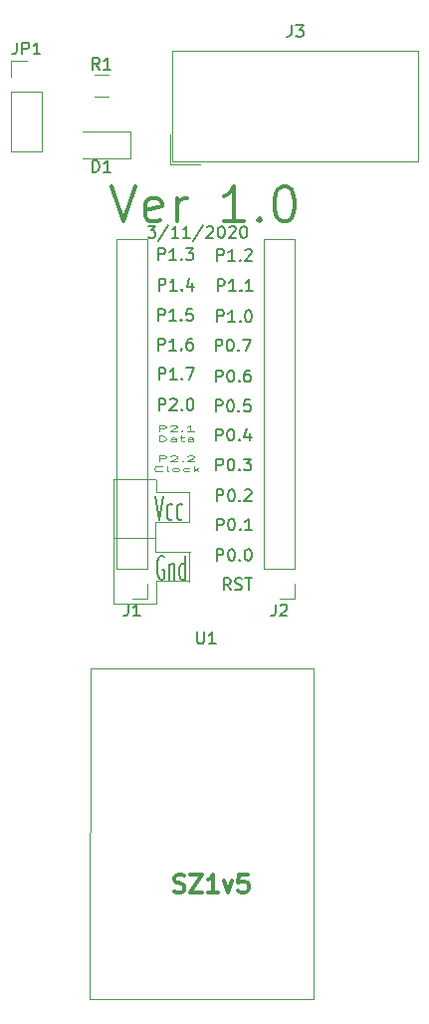
<source format=gbr>
G04 #@! TF.GenerationSoftware,KiCad,Pcbnew,(5.1.5)-3*
G04 #@! TF.CreationDate,2020-03-11T07:33:21-05:00*
G04 #@! TF.ProjectId,BreadboardBreakout,42726561-6462-46f6-9172-64427265616b,rev?*
G04 #@! TF.SameCoordinates,Original*
G04 #@! TF.FileFunction,Legend,Top*
G04 #@! TF.FilePolarity,Positive*
%FSLAX46Y46*%
G04 Gerber Fmt 4.6, Leading zero omitted, Abs format (unit mm)*
G04 Created by KiCad (PCBNEW (5.1.5)-3) date 2020-03-11 07:33:21*
%MOMM*%
%LPD*%
G04 APERTURE LIST*
%ADD10C,0.150000*%
%ADD11C,0.300000*%
%ADD12C,0.120000*%
%ADD13C,0.125000*%
G04 APERTURE END LIST*
D10*
X-4923895Y25363419D02*
X-4304847Y25363419D01*
X-4638180Y24982466D01*
X-4495323Y24982466D01*
X-4400085Y24934847D01*
X-4352466Y24887228D01*
X-4304847Y24791990D01*
X-4304847Y24553895D01*
X-4352466Y24458657D01*
X-4400085Y24411038D01*
X-4495323Y24363419D01*
X-4781038Y24363419D01*
X-4876276Y24411038D01*
X-4923895Y24458657D01*
X-3161990Y25411038D02*
X-4019133Y24125323D01*
X-2304847Y24363419D02*
X-2876276Y24363419D01*
X-2590561Y24363419D02*
X-2590561Y25363419D01*
X-2685800Y25220561D01*
X-2781038Y25125323D01*
X-2876276Y25077704D01*
X-1352466Y24363419D02*
X-1923895Y24363419D01*
X-1638180Y24363419D02*
X-1638180Y25363419D01*
X-1733419Y25220561D01*
X-1828657Y25125323D01*
X-1923895Y25077704D01*
X-209609Y25411038D02*
X-1066752Y24125323D01*
X76104Y25268180D02*
X123723Y25315800D01*
X218961Y25363419D01*
X457057Y25363419D01*
X552295Y25315800D01*
X599914Y25268180D01*
X647533Y25172942D01*
X647533Y25077704D01*
X599914Y24934847D01*
X28485Y24363419D01*
X647533Y24363419D01*
X1266580Y25363419D02*
X1361819Y25363419D01*
X1457057Y25315800D01*
X1504676Y25268180D01*
X1552295Y25172942D01*
X1599914Y24982466D01*
X1599914Y24744371D01*
X1552295Y24553895D01*
X1504676Y24458657D01*
X1457057Y24411038D01*
X1361819Y24363419D01*
X1266580Y24363419D01*
X1171342Y24411038D01*
X1123723Y24458657D01*
X1076104Y24553895D01*
X1028485Y24744371D01*
X1028485Y24982466D01*
X1076104Y25172942D01*
X1123723Y25268180D01*
X1171342Y25315800D01*
X1266580Y25363419D01*
X1980866Y25268180D02*
X2028485Y25315800D01*
X2123723Y25363419D01*
X2361819Y25363419D01*
X2457057Y25315800D01*
X2504676Y25268180D01*
X2552295Y25172942D01*
X2552295Y25077704D01*
X2504676Y24934847D01*
X1933247Y24363419D01*
X2552295Y24363419D01*
X3171342Y25363419D02*
X3266580Y25363419D01*
X3361819Y25315800D01*
X3409438Y25268180D01*
X3457057Y25172942D01*
X3504676Y24982466D01*
X3504676Y24744371D01*
X3457057Y24553895D01*
X3409438Y24458657D01*
X3361819Y24411038D01*
X3266580Y24363419D01*
X3171342Y24363419D01*
X3076104Y24411038D01*
X3028485Y24458657D01*
X2980866Y24553895D01*
X2933247Y24744371D01*
X2933247Y24982466D01*
X2980866Y25172942D01*
X3028485Y25268180D01*
X3076104Y25315800D01*
X3171342Y25363419D01*
D11*
X-8004771Y28744657D02*
X-7004771Y25744657D01*
X-6004771Y28744657D01*
X-3861914Y25887514D02*
X-4147628Y25744657D01*
X-4719057Y25744657D01*
X-5004771Y25887514D01*
X-5147628Y26173228D01*
X-5147628Y27316085D01*
X-5004771Y27601800D01*
X-4719057Y27744657D01*
X-4147628Y27744657D01*
X-3861914Y27601800D01*
X-3719057Y27316085D01*
X-3719057Y27030371D01*
X-5147628Y26744657D01*
X-2433342Y25744657D02*
X-2433342Y27744657D01*
X-2433342Y27173228D02*
X-2290485Y27458942D01*
X-2147628Y27601800D01*
X-1861914Y27744657D01*
X-1576200Y27744657D01*
X3280942Y25744657D02*
X1566657Y25744657D01*
X2423800Y25744657D02*
X2423800Y28744657D01*
X2138085Y28316085D01*
X1852371Y28030371D01*
X1566657Y27887514D01*
X4566657Y26030371D02*
X4709514Y25887514D01*
X4566657Y25744657D01*
X4423799Y25887514D01*
X4566657Y26030371D01*
X4566657Y25744657D01*
X6566657Y28744657D02*
X6852371Y28744657D01*
X7138085Y28601800D01*
X7280942Y28458942D01*
X7423799Y28173228D01*
X7566657Y27601800D01*
X7566657Y26887514D01*
X7423799Y26316085D01*
X7280942Y26030371D01*
X7138085Y25887514D01*
X6852371Y25744657D01*
X6566657Y25744657D01*
X6280942Y25887514D01*
X6138085Y26030371D01*
X5995228Y26316085D01*
X5852371Y26887514D01*
X5852371Y27601800D01*
X5995228Y28173228D01*
X6138085Y28458942D01*
X6280942Y28601800D01*
X6566657Y28744657D01*
D12*
X-4394200Y-1143000D02*
X-7797800Y-1143000D01*
X-4267200Y3835400D02*
X-7823200Y3835400D01*
X-4241800Y2717800D02*
X-4241800Y3784600D01*
X-1371600Y2717800D02*
X-4241800Y2717800D01*
X-1371600Y254000D02*
X-1371600Y2717800D01*
X-4267200Y254000D02*
X-1371600Y254000D01*
X-4292600Y-2362200D02*
X-4292600Y228600D01*
X-1346200Y-2362200D02*
X-4292600Y-2362200D01*
X-1397000Y-4826000D02*
X-1371600Y-2438400D01*
X-4216400Y-4800600D02*
X-1397000Y-4800600D01*
X-4241800Y-6705600D02*
X-4241800Y-4775200D01*
X-7848600Y-6705600D02*
X-4241800Y-6705600D01*
X-7823200Y3759200D02*
X-7823200Y-6731000D01*
D10*
X2119380Y-5557780D02*
X1786047Y-5081590D01*
X1547952Y-5557780D02*
X1547952Y-4557780D01*
X1928904Y-4557780D01*
X2024142Y-4605400D01*
X2071761Y-4653019D01*
X2119380Y-4748257D01*
X2119380Y-4891114D01*
X2071761Y-4986352D01*
X2024142Y-5033971D01*
X1928904Y-5081590D01*
X1547952Y-5081590D01*
X2500333Y-5510161D02*
X2643190Y-5557780D01*
X2881285Y-5557780D01*
X2976523Y-5510161D01*
X3024142Y-5462542D01*
X3071761Y-5367304D01*
X3071761Y-5272066D01*
X3024142Y-5176828D01*
X2976523Y-5129209D01*
X2881285Y-5081590D01*
X2690809Y-5033971D01*
X2595571Y-4986352D01*
X2547952Y-4938733D01*
X2500333Y-4843495D01*
X2500333Y-4748257D01*
X2547952Y-4653019D01*
X2595571Y-4605400D01*
X2690809Y-4557780D01*
X2928904Y-4557780D01*
X3071761Y-4605400D01*
X3357476Y-4557780D02*
X3928904Y-4557780D01*
X3643190Y-5557780D02*
X3643190Y-4557780D01*
X935219Y-3068580D02*
X935219Y-2068580D01*
X1316171Y-2068580D01*
X1411409Y-2116200D01*
X1459028Y-2163819D01*
X1506647Y-2259057D01*
X1506647Y-2401914D01*
X1459028Y-2497152D01*
X1411409Y-2544771D01*
X1316171Y-2592390D01*
X935219Y-2592390D01*
X2125695Y-2068580D02*
X2220933Y-2068580D01*
X2316171Y-2116200D01*
X2363790Y-2163819D01*
X2411409Y-2259057D01*
X2459028Y-2449533D01*
X2459028Y-2687628D01*
X2411409Y-2878104D01*
X2363790Y-2973342D01*
X2316171Y-3020961D01*
X2220933Y-3068580D01*
X2125695Y-3068580D01*
X2030457Y-3020961D01*
X1982838Y-2973342D01*
X1935219Y-2878104D01*
X1887600Y-2687628D01*
X1887600Y-2449533D01*
X1935219Y-2259057D01*
X1982838Y-2163819D01*
X2030457Y-2116200D01*
X2125695Y-2068580D01*
X2887600Y-2973342D02*
X2935219Y-3020961D01*
X2887600Y-3068580D01*
X2839980Y-3020961D01*
X2887600Y-2973342D01*
X2887600Y-3068580D01*
X3554266Y-2068580D02*
X3649504Y-2068580D01*
X3744742Y-2116200D01*
X3792361Y-2163819D01*
X3839980Y-2259057D01*
X3887600Y-2449533D01*
X3887600Y-2687628D01*
X3839980Y-2878104D01*
X3792361Y-2973342D01*
X3744742Y-3020961D01*
X3649504Y-3068580D01*
X3554266Y-3068580D01*
X3459028Y-3020961D01*
X3411409Y-2973342D01*
X3363790Y-2878104D01*
X3316171Y-2687628D01*
X3316171Y-2449533D01*
X3363790Y-2259057D01*
X3411409Y-2163819D01*
X3459028Y-2116200D01*
X3554266Y-2068580D01*
X960619Y-503180D02*
X960619Y496819D01*
X1341571Y496819D01*
X1436809Y449200D01*
X1484428Y401580D01*
X1532047Y306342D01*
X1532047Y163485D01*
X1484428Y68247D01*
X1436809Y20628D01*
X1341571Y-26990D01*
X960619Y-26990D01*
X2151095Y496819D02*
X2246333Y496819D01*
X2341571Y449200D01*
X2389190Y401580D01*
X2436809Y306342D01*
X2484428Y115866D01*
X2484428Y-122228D01*
X2436809Y-312704D01*
X2389190Y-407942D01*
X2341571Y-455561D01*
X2246333Y-503180D01*
X2151095Y-503180D01*
X2055857Y-455561D01*
X2008238Y-407942D01*
X1960619Y-312704D01*
X1913000Y-122228D01*
X1913000Y115866D01*
X1960619Y306342D01*
X2008238Y401580D01*
X2055857Y449200D01*
X2151095Y496819D01*
X2913000Y-407942D02*
X2960619Y-455561D01*
X2913000Y-503180D01*
X2865380Y-455561D01*
X2913000Y-407942D01*
X2913000Y-503180D01*
X3913000Y-503180D02*
X3341571Y-503180D01*
X3627285Y-503180D02*
X3627285Y496819D01*
X3532047Y353961D01*
X3436809Y258723D01*
X3341571Y211104D01*
X935219Y1986019D02*
X935219Y2986019D01*
X1316171Y2986019D01*
X1411409Y2938400D01*
X1459028Y2890780D01*
X1506647Y2795542D01*
X1506647Y2652685D01*
X1459028Y2557447D01*
X1411409Y2509828D01*
X1316171Y2462209D01*
X935219Y2462209D01*
X2125695Y2986019D02*
X2220933Y2986019D01*
X2316171Y2938400D01*
X2363790Y2890780D01*
X2411409Y2795542D01*
X2459028Y2605066D01*
X2459028Y2366971D01*
X2411409Y2176495D01*
X2363790Y2081257D01*
X2316171Y2033638D01*
X2220933Y1986019D01*
X2125695Y1986019D01*
X2030457Y2033638D01*
X1982838Y2081257D01*
X1935219Y2176495D01*
X1887600Y2366971D01*
X1887600Y2605066D01*
X1935219Y2795542D01*
X1982838Y2890780D01*
X2030457Y2938400D01*
X2125695Y2986019D01*
X2887600Y2081257D02*
X2935219Y2033638D01*
X2887600Y1986019D01*
X2839980Y2033638D01*
X2887600Y2081257D01*
X2887600Y1986019D01*
X3316171Y2890780D02*
X3363790Y2938400D01*
X3459028Y2986019D01*
X3697123Y2986019D01*
X3792361Y2938400D01*
X3839980Y2890780D01*
X3887600Y2795542D01*
X3887600Y2700304D01*
X3839980Y2557447D01*
X3268552Y1986019D01*
X3887600Y1986019D01*
X909819Y4576819D02*
X909819Y5576819D01*
X1290771Y5576819D01*
X1386009Y5529200D01*
X1433628Y5481580D01*
X1481247Y5386342D01*
X1481247Y5243485D01*
X1433628Y5148247D01*
X1386009Y5100628D01*
X1290771Y5053009D01*
X909819Y5053009D01*
X2100295Y5576819D02*
X2195533Y5576819D01*
X2290771Y5529200D01*
X2338390Y5481580D01*
X2386009Y5386342D01*
X2433628Y5195866D01*
X2433628Y4957771D01*
X2386009Y4767295D01*
X2338390Y4672057D01*
X2290771Y4624438D01*
X2195533Y4576819D01*
X2100295Y4576819D01*
X2005057Y4624438D01*
X1957438Y4672057D01*
X1909819Y4767295D01*
X1862200Y4957771D01*
X1862200Y5195866D01*
X1909819Y5386342D01*
X1957438Y5481580D01*
X2005057Y5529200D01*
X2100295Y5576819D01*
X2862200Y4672057D02*
X2909819Y4624438D01*
X2862200Y4576819D01*
X2814580Y4624438D01*
X2862200Y4672057D01*
X2862200Y4576819D01*
X3243152Y5576819D02*
X3862200Y5576819D01*
X3528866Y5195866D01*
X3671723Y5195866D01*
X3766961Y5148247D01*
X3814580Y5100628D01*
X3862200Y5005390D01*
X3862200Y4767295D01*
X3814580Y4672057D01*
X3766961Y4624438D01*
X3671723Y4576819D01*
X3386009Y4576819D01*
X3290771Y4624438D01*
X3243152Y4672057D01*
X884419Y7116819D02*
X884419Y8116819D01*
X1265371Y8116819D01*
X1360609Y8069200D01*
X1408228Y8021580D01*
X1455847Y7926342D01*
X1455847Y7783485D01*
X1408228Y7688247D01*
X1360609Y7640628D01*
X1265371Y7593009D01*
X884419Y7593009D01*
X2074895Y8116819D02*
X2170133Y8116819D01*
X2265371Y8069200D01*
X2312990Y8021580D01*
X2360609Y7926342D01*
X2408228Y7735866D01*
X2408228Y7497771D01*
X2360609Y7307295D01*
X2312990Y7212057D01*
X2265371Y7164438D01*
X2170133Y7116819D01*
X2074895Y7116819D01*
X1979657Y7164438D01*
X1932038Y7212057D01*
X1884419Y7307295D01*
X1836800Y7497771D01*
X1836800Y7735866D01*
X1884419Y7926342D01*
X1932038Y8021580D01*
X1979657Y8069200D01*
X2074895Y8116819D01*
X2836800Y7212057D02*
X2884419Y7164438D01*
X2836800Y7116819D01*
X2789180Y7164438D01*
X2836800Y7212057D01*
X2836800Y7116819D01*
X3741561Y7783485D02*
X3741561Y7116819D01*
X3503466Y8164438D02*
X3265371Y7450152D01*
X3884419Y7450152D01*
X-3563857Y-2759200D02*
X-3659095Y-2663961D01*
X-3801952Y-2663961D01*
X-3944809Y-2759200D01*
X-4040047Y-2949676D01*
X-4087666Y-3140152D01*
X-4135285Y-3521104D01*
X-4135285Y-3806819D01*
X-4087666Y-4187771D01*
X-4040047Y-4378247D01*
X-3944809Y-4568723D01*
X-3801952Y-4663961D01*
X-3706714Y-4663961D01*
X-3563857Y-4568723D01*
X-3516238Y-4473485D01*
X-3516238Y-3806819D01*
X-3706714Y-3806819D01*
X-3087666Y-3330628D02*
X-3087666Y-4663961D01*
X-3087666Y-3521104D02*
X-3040047Y-3425866D01*
X-2944809Y-3330628D01*
X-2801952Y-3330628D01*
X-2706714Y-3425866D01*
X-2659095Y-3616342D01*
X-2659095Y-4663961D01*
X-1754333Y-4663961D02*
X-1754333Y-2663961D01*
X-1754333Y-4568723D02*
X-1849571Y-4663961D01*
X-2040047Y-4663961D01*
X-2135285Y-4568723D01*
X-2182904Y-4473485D01*
X-2230523Y-4283009D01*
X-2230523Y-3711580D01*
X-2182904Y-3521104D01*
X-2135285Y-3425866D01*
X-2040047Y-3330628D01*
X-1849571Y-3330628D01*
X-1754333Y-3425866D01*
X-4263876Y2390638D02*
X-3930542Y390638D01*
X-3597209Y2390638D01*
X-2835304Y485876D02*
X-2930542Y390638D01*
X-3121019Y390638D01*
X-3216257Y485876D01*
X-3263876Y581114D01*
X-3311495Y771590D01*
X-3311495Y1343019D01*
X-3263876Y1533495D01*
X-3216257Y1628733D01*
X-3121019Y1723971D01*
X-2930542Y1723971D01*
X-2835304Y1628733D01*
X-1978161Y485876D02*
X-2073400Y390638D01*
X-2263876Y390638D01*
X-2359114Y485876D01*
X-2406733Y581114D01*
X-2454352Y771590D01*
X-2454352Y1343019D01*
X-2406733Y1533495D01*
X-2359114Y1628733D01*
X-2263876Y1723971D01*
X-2073400Y1723971D01*
X-1978161Y1628733D01*
D13*
X-3941580Y5367509D02*
X-3941580Y5867509D01*
X-3560628Y5867509D01*
X-3465390Y5843700D01*
X-3417771Y5819890D01*
X-3370152Y5772271D01*
X-3370152Y5700842D01*
X-3417771Y5653223D01*
X-3465390Y5629414D01*
X-3560628Y5605604D01*
X-3941580Y5605604D01*
X-2989200Y5819890D02*
X-2941580Y5843700D01*
X-2846342Y5867509D01*
X-2608247Y5867509D01*
X-2513009Y5843700D01*
X-2465390Y5819890D01*
X-2417771Y5772271D01*
X-2417771Y5724652D01*
X-2465390Y5653223D01*
X-3036819Y5367509D01*
X-2417771Y5367509D01*
X-1989200Y5415128D02*
X-1941580Y5391319D01*
X-1989200Y5367509D01*
X-2036819Y5391319D01*
X-1989200Y5415128D01*
X-1989200Y5367509D01*
X-1560628Y5819890D02*
X-1513009Y5843700D01*
X-1417771Y5867509D01*
X-1179676Y5867509D01*
X-1084438Y5843700D01*
X-1036819Y5819890D01*
X-989200Y5772271D01*
X-989200Y5724652D01*
X-1036819Y5653223D01*
X-1608247Y5367509D01*
X-989200Y5367509D01*
X-3727295Y4540128D02*
X-3774914Y4516319D01*
X-3917771Y4492509D01*
X-4013009Y4492509D01*
X-4155866Y4516319D01*
X-4251104Y4563938D01*
X-4298723Y4611557D01*
X-4346342Y4706795D01*
X-4346342Y4778223D01*
X-4298723Y4873461D01*
X-4251104Y4921080D01*
X-4155866Y4968700D01*
X-4013009Y4992509D01*
X-3917771Y4992509D01*
X-3774914Y4968700D01*
X-3727295Y4944890D01*
X-3155866Y4492509D02*
X-3251104Y4516319D01*
X-3298723Y4563938D01*
X-3298723Y4992509D01*
X-2632057Y4492509D02*
X-2727295Y4516319D01*
X-2774914Y4540128D01*
X-2822533Y4587747D01*
X-2822533Y4730604D01*
X-2774914Y4778223D01*
X-2727295Y4802033D01*
X-2632057Y4825842D01*
X-2489200Y4825842D01*
X-2393961Y4802033D01*
X-2346342Y4778223D01*
X-2298723Y4730604D01*
X-2298723Y4587747D01*
X-2346342Y4540128D01*
X-2393961Y4516319D01*
X-2489200Y4492509D01*
X-2632057Y4492509D01*
X-1441580Y4516319D02*
X-1536819Y4492509D01*
X-1727295Y4492509D01*
X-1822533Y4516319D01*
X-1870152Y4540128D01*
X-1917771Y4587747D01*
X-1917771Y4730604D01*
X-1870152Y4778223D01*
X-1822533Y4802033D01*
X-1727295Y4825842D01*
X-1536819Y4825842D01*
X-1441580Y4802033D01*
X-1013009Y4492509D02*
X-1013009Y4992509D01*
X-917771Y4682985D02*
X-632057Y4492509D01*
X-632057Y4825842D02*
X-1013009Y4635366D01*
X-3966980Y7932909D02*
X-3966980Y8432909D01*
X-3586028Y8432909D01*
X-3490790Y8409100D01*
X-3443171Y8385290D01*
X-3395552Y8337671D01*
X-3395552Y8266242D01*
X-3443171Y8218623D01*
X-3490790Y8194814D01*
X-3586028Y8171004D01*
X-3966980Y8171004D01*
X-3014600Y8385290D02*
X-2966980Y8409100D01*
X-2871742Y8432909D01*
X-2633647Y8432909D01*
X-2538409Y8409100D01*
X-2490790Y8385290D01*
X-2443171Y8337671D01*
X-2443171Y8290052D01*
X-2490790Y8218623D01*
X-3062219Y7932909D01*
X-2443171Y7932909D01*
X-2014600Y7980528D02*
X-1966980Y7956719D01*
X-2014600Y7932909D01*
X-2062219Y7956719D01*
X-2014600Y7980528D01*
X-2014600Y7932909D01*
X-1014600Y7932909D02*
X-1586028Y7932909D01*
X-1300314Y7932909D02*
X-1300314Y8432909D01*
X-1395552Y8361480D01*
X-1490790Y8313861D01*
X-1586028Y8290052D01*
X-3966980Y7057909D02*
X-3966980Y7557909D01*
X-3728885Y7557909D01*
X-3586028Y7534100D01*
X-3490790Y7486480D01*
X-3443171Y7438861D01*
X-3395552Y7343623D01*
X-3395552Y7272195D01*
X-3443171Y7176957D01*
X-3490790Y7129338D01*
X-3586028Y7081719D01*
X-3728885Y7057909D01*
X-3966980Y7057909D01*
X-2538409Y7057909D02*
X-2538409Y7319814D01*
X-2586028Y7367433D01*
X-2681266Y7391242D01*
X-2871742Y7391242D01*
X-2966980Y7367433D01*
X-2538409Y7081719D02*
X-2633647Y7057909D01*
X-2871742Y7057909D01*
X-2966980Y7081719D01*
X-3014600Y7129338D01*
X-3014600Y7176957D01*
X-2966980Y7224576D01*
X-2871742Y7248385D01*
X-2633647Y7248385D01*
X-2538409Y7272195D01*
X-2205076Y7391242D02*
X-1824123Y7391242D01*
X-2062219Y7557909D02*
X-2062219Y7129338D01*
X-2014600Y7081719D01*
X-1919361Y7057909D01*
X-1824123Y7057909D01*
X-1062219Y7057909D02*
X-1062219Y7319814D01*
X-1109838Y7367433D01*
X-1205076Y7391242D01*
X-1395552Y7391242D01*
X-1490790Y7367433D01*
X-1062219Y7081719D02*
X-1157457Y7057909D01*
X-1395552Y7057909D01*
X-1490790Y7081719D01*
X-1538409Y7129338D01*
X-1538409Y7176957D01*
X-1490790Y7224576D01*
X-1395552Y7248385D01*
X-1157457Y7248385D01*
X-1062219Y7272195D01*
D10*
X859019Y9606019D02*
X859019Y10606019D01*
X1239971Y10606019D01*
X1335209Y10558400D01*
X1382828Y10510780D01*
X1430447Y10415542D01*
X1430447Y10272685D01*
X1382828Y10177447D01*
X1335209Y10129828D01*
X1239971Y10082209D01*
X859019Y10082209D01*
X2049495Y10606019D02*
X2144733Y10606019D01*
X2239971Y10558400D01*
X2287590Y10510780D01*
X2335209Y10415542D01*
X2382828Y10225066D01*
X2382828Y9986971D01*
X2335209Y9796495D01*
X2287590Y9701257D01*
X2239971Y9653638D01*
X2144733Y9606019D01*
X2049495Y9606019D01*
X1954257Y9653638D01*
X1906638Y9701257D01*
X1859019Y9796495D01*
X1811400Y9986971D01*
X1811400Y10225066D01*
X1859019Y10415542D01*
X1906638Y10510780D01*
X1954257Y10558400D01*
X2049495Y10606019D01*
X2811400Y9701257D02*
X2859019Y9653638D01*
X2811400Y9606019D01*
X2763780Y9653638D01*
X2811400Y9701257D01*
X2811400Y9606019D01*
X3763780Y10606019D02*
X3287590Y10606019D01*
X3239971Y10129828D01*
X3287590Y10177447D01*
X3382828Y10225066D01*
X3620923Y10225066D01*
X3716161Y10177447D01*
X3763780Y10129828D01*
X3811400Y10034590D01*
X3811400Y9796495D01*
X3763780Y9701257D01*
X3716161Y9653638D01*
X3620923Y9606019D01*
X3382828Y9606019D01*
X3287590Y9653638D01*
X3239971Y9701257D01*
X884419Y12120619D02*
X884419Y13120619D01*
X1265371Y13120619D01*
X1360609Y13073000D01*
X1408228Y13025380D01*
X1455847Y12930142D01*
X1455847Y12787285D01*
X1408228Y12692047D01*
X1360609Y12644428D01*
X1265371Y12596809D01*
X884419Y12596809D01*
X2074895Y13120619D02*
X2170133Y13120619D01*
X2265371Y13073000D01*
X2312990Y13025380D01*
X2360609Y12930142D01*
X2408228Y12739666D01*
X2408228Y12501571D01*
X2360609Y12311095D01*
X2312990Y12215857D01*
X2265371Y12168238D01*
X2170133Y12120619D01*
X2074895Y12120619D01*
X1979657Y12168238D01*
X1932038Y12215857D01*
X1884419Y12311095D01*
X1836800Y12501571D01*
X1836800Y12739666D01*
X1884419Y12930142D01*
X1932038Y13025380D01*
X1979657Y13073000D01*
X2074895Y13120619D01*
X2836800Y12215857D02*
X2884419Y12168238D01*
X2836800Y12120619D01*
X2789180Y12168238D01*
X2836800Y12215857D01*
X2836800Y12120619D01*
X3741561Y13120619D02*
X3551085Y13120619D01*
X3455847Y13073000D01*
X3408228Y13025380D01*
X3312990Y12882523D01*
X3265371Y12692047D01*
X3265371Y12311095D01*
X3312990Y12215857D01*
X3360609Y12168238D01*
X3455847Y12120619D01*
X3646323Y12120619D01*
X3741561Y12168238D01*
X3789180Y12215857D01*
X3836800Y12311095D01*
X3836800Y12549190D01*
X3789180Y12644428D01*
X3741561Y12692047D01*
X3646323Y12739666D01*
X3455847Y12739666D01*
X3360609Y12692047D01*
X3312990Y12644428D01*
X3265371Y12549190D01*
X833619Y14736819D02*
X833619Y15736819D01*
X1214571Y15736819D01*
X1309809Y15689200D01*
X1357428Y15641580D01*
X1405047Y15546342D01*
X1405047Y15403485D01*
X1357428Y15308247D01*
X1309809Y15260628D01*
X1214571Y15213009D01*
X833619Y15213009D01*
X2024095Y15736819D02*
X2119333Y15736819D01*
X2214571Y15689200D01*
X2262190Y15641580D01*
X2309809Y15546342D01*
X2357428Y15355866D01*
X2357428Y15117771D01*
X2309809Y14927295D01*
X2262190Y14832057D01*
X2214571Y14784438D01*
X2119333Y14736819D01*
X2024095Y14736819D01*
X1928857Y14784438D01*
X1881238Y14832057D01*
X1833619Y14927295D01*
X1786000Y15117771D01*
X1786000Y15355866D01*
X1833619Y15546342D01*
X1881238Y15641580D01*
X1928857Y15689200D01*
X2024095Y15736819D01*
X2786000Y14832057D02*
X2833619Y14784438D01*
X2786000Y14736819D01*
X2738380Y14784438D01*
X2786000Y14832057D01*
X2786000Y14736819D01*
X3166952Y15736819D02*
X3833619Y15736819D01*
X3405047Y14736819D01*
X960619Y17226019D02*
X960619Y18226019D01*
X1341571Y18226019D01*
X1436809Y18178400D01*
X1484428Y18130780D01*
X1532047Y18035542D01*
X1532047Y17892685D01*
X1484428Y17797447D01*
X1436809Y17749828D01*
X1341571Y17702209D01*
X960619Y17702209D01*
X2484428Y17226019D02*
X1913000Y17226019D01*
X2198714Y17226019D02*
X2198714Y18226019D01*
X2103476Y18083161D01*
X2008238Y17987923D01*
X1913000Y17940304D01*
X2913000Y17321257D02*
X2960619Y17273638D01*
X2913000Y17226019D01*
X2865380Y17273638D01*
X2913000Y17321257D01*
X2913000Y17226019D01*
X3579666Y18226019D02*
X3674904Y18226019D01*
X3770142Y18178400D01*
X3817761Y18130780D01*
X3865380Y18035542D01*
X3913000Y17845066D01*
X3913000Y17606971D01*
X3865380Y17416495D01*
X3817761Y17321257D01*
X3770142Y17273638D01*
X3674904Y17226019D01*
X3579666Y17226019D01*
X3484428Y17273638D01*
X3436809Y17321257D01*
X3389190Y17416495D01*
X3341571Y17606971D01*
X3341571Y17845066D01*
X3389190Y18035542D01*
X3436809Y18130780D01*
X3484428Y18178400D01*
X3579666Y18226019D01*
X1036819Y19842219D02*
X1036819Y20842219D01*
X1417771Y20842219D01*
X1513009Y20794600D01*
X1560628Y20746980D01*
X1608247Y20651742D01*
X1608247Y20508885D01*
X1560628Y20413647D01*
X1513009Y20366028D01*
X1417771Y20318409D01*
X1036819Y20318409D01*
X2560628Y19842219D02*
X1989200Y19842219D01*
X2274914Y19842219D02*
X2274914Y20842219D01*
X2179676Y20699361D01*
X2084438Y20604123D01*
X1989200Y20556504D01*
X2989200Y19937457D02*
X3036819Y19889838D01*
X2989200Y19842219D01*
X2941580Y19889838D01*
X2989200Y19937457D01*
X2989200Y19842219D01*
X3989200Y19842219D02*
X3417771Y19842219D01*
X3703485Y19842219D02*
X3703485Y20842219D01*
X3608247Y20699361D01*
X3513009Y20604123D01*
X3417771Y20556504D01*
X960619Y22407619D02*
X960619Y23407619D01*
X1341571Y23407619D01*
X1436809Y23360000D01*
X1484428Y23312380D01*
X1532047Y23217142D01*
X1532047Y23074285D01*
X1484428Y22979047D01*
X1436809Y22931428D01*
X1341571Y22883809D01*
X960619Y22883809D01*
X2484428Y22407619D02*
X1913000Y22407619D01*
X2198714Y22407619D02*
X2198714Y23407619D01*
X2103476Y23264761D01*
X2008238Y23169523D01*
X1913000Y23121904D01*
X2913000Y22502857D02*
X2960619Y22455238D01*
X2913000Y22407619D01*
X2865380Y22455238D01*
X2913000Y22502857D01*
X2913000Y22407619D01*
X3341571Y23312380D02*
X3389190Y23360000D01*
X3484428Y23407619D01*
X3722523Y23407619D01*
X3817761Y23360000D01*
X3865380Y23312380D01*
X3913000Y23217142D01*
X3913000Y23121904D01*
X3865380Y22979047D01*
X3293952Y22407619D01*
X3913000Y22407619D01*
X-3992380Y9707619D02*
X-3992380Y10707619D01*
X-3611428Y10707619D01*
X-3516190Y10660000D01*
X-3468571Y10612380D01*
X-3420952Y10517142D01*
X-3420952Y10374285D01*
X-3468571Y10279047D01*
X-3516190Y10231428D01*
X-3611428Y10183809D01*
X-3992380Y10183809D01*
X-3040000Y10612380D02*
X-2992380Y10660000D01*
X-2897142Y10707619D01*
X-2659047Y10707619D01*
X-2563809Y10660000D01*
X-2516190Y10612380D01*
X-2468571Y10517142D01*
X-2468571Y10421904D01*
X-2516190Y10279047D01*
X-3087619Y9707619D01*
X-2468571Y9707619D01*
X-2040000Y9802857D02*
X-1992380Y9755238D01*
X-2040000Y9707619D01*
X-2087619Y9755238D01*
X-2040000Y9802857D01*
X-2040000Y9707619D01*
X-1373333Y10707619D02*
X-1278095Y10707619D01*
X-1182857Y10660000D01*
X-1135238Y10612380D01*
X-1087619Y10517142D01*
X-1040000Y10326666D01*
X-1040000Y10088571D01*
X-1087619Y9898095D01*
X-1135238Y9802857D01*
X-1182857Y9755238D01*
X-1278095Y9707619D01*
X-1373333Y9707619D01*
X-1468571Y9755238D01*
X-1516190Y9802857D01*
X-1563809Y9898095D01*
X-1611428Y10088571D01*
X-1611428Y10326666D01*
X-1563809Y10517142D01*
X-1516190Y10612380D01*
X-1468571Y10660000D01*
X-1373333Y10707619D01*
X-3992380Y12323819D02*
X-3992380Y13323819D01*
X-3611428Y13323819D01*
X-3516190Y13276200D01*
X-3468571Y13228580D01*
X-3420952Y13133342D01*
X-3420952Y12990485D01*
X-3468571Y12895247D01*
X-3516190Y12847628D01*
X-3611428Y12800009D01*
X-3992380Y12800009D01*
X-2468571Y12323819D02*
X-3040000Y12323819D01*
X-2754285Y12323819D02*
X-2754285Y13323819D01*
X-2849523Y13180961D01*
X-2944761Y13085723D01*
X-3040000Y13038104D01*
X-2040000Y12419057D02*
X-1992380Y12371438D01*
X-2040000Y12323819D01*
X-2087619Y12371438D01*
X-2040000Y12419057D01*
X-2040000Y12323819D01*
X-1659047Y13323819D02*
X-992380Y13323819D01*
X-1420952Y12323819D01*
X-4017780Y14813019D02*
X-4017780Y15813019D01*
X-3636828Y15813019D01*
X-3541590Y15765400D01*
X-3493971Y15717780D01*
X-3446352Y15622542D01*
X-3446352Y15479685D01*
X-3493971Y15384447D01*
X-3541590Y15336828D01*
X-3636828Y15289209D01*
X-4017780Y15289209D01*
X-2493971Y14813019D02*
X-3065400Y14813019D01*
X-2779685Y14813019D02*
X-2779685Y15813019D01*
X-2874923Y15670161D01*
X-2970161Y15574923D01*
X-3065400Y15527304D01*
X-2065400Y14908257D02*
X-2017780Y14860638D01*
X-2065400Y14813019D01*
X-2113019Y14860638D01*
X-2065400Y14908257D01*
X-2065400Y14813019D01*
X-1160638Y15813019D02*
X-1351114Y15813019D01*
X-1446352Y15765400D01*
X-1493971Y15717780D01*
X-1589209Y15574923D01*
X-1636828Y15384447D01*
X-1636828Y15003495D01*
X-1589209Y14908257D01*
X-1541590Y14860638D01*
X-1446352Y14813019D01*
X-1255876Y14813019D01*
X-1160638Y14860638D01*
X-1113019Y14908257D01*
X-1065400Y15003495D01*
X-1065400Y15241590D01*
X-1113019Y15336828D01*
X-1160638Y15384447D01*
X-1255876Y15432066D01*
X-1446352Y15432066D01*
X-1541590Y15384447D01*
X-1589209Y15336828D01*
X-1636828Y15241590D01*
X-4043180Y17327619D02*
X-4043180Y18327619D01*
X-3662228Y18327619D01*
X-3566990Y18280000D01*
X-3519371Y18232380D01*
X-3471752Y18137142D01*
X-3471752Y17994285D01*
X-3519371Y17899047D01*
X-3566990Y17851428D01*
X-3662228Y17803809D01*
X-4043180Y17803809D01*
X-2519371Y17327619D02*
X-3090800Y17327619D01*
X-2805085Y17327619D02*
X-2805085Y18327619D01*
X-2900323Y18184761D01*
X-2995561Y18089523D01*
X-3090800Y18041904D01*
X-2090800Y17422857D02*
X-2043180Y17375238D01*
X-2090800Y17327619D01*
X-2138419Y17375238D01*
X-2090800Y17422857D01*
X-2090800Y17327619D01*
X-1138419Y18327619D02*
X-1614609Y18327619D01*
X-1662228Y17851428D01*
X-1614609Y17899047D01*
X-1519371Y17946666D01*
X-1281276Y17946666D01*
X-1186038Y17899047D01*
X-1138419Y17851428D01*
X-1090800Y17756190D01*
X-1090800Y17518095D01*
X-1138419Y17422857D01*
X-1186038Y17375238D01*
X-1281276Y17327619D01*
X-1519371Y17327619D01*
X-1614609Y17375238D01*
X-1662228Y17422857D01*
X-3992380Y19893019D02*
X-3992380Y20893019D01*
X-3611428Y20893019D01*
X-3516190Y20845400D01*
X-3468571Y20797780D01*
X-3420952Y20702542D01*
X-3420952Y20559685D01*
X-3468571Y20464447D01*
X-3516190Y20416828D01*
X-3611428Y20369209D01*
X-3992380Y20369209D01*
X-2468571Y19893019D02*
X-3040000Y19893019D01*
X-2754285Y19893019D02*
X-2754285Y20893019D01*
X-2849523Y20750161D01*
X-2944761Y20654923D01*
X-3040000Y20607304D01*
X-2040000Y19988257D02*
X-1992380Y19940638D01*
X-2040000Y19893019D01*
X-2087619Y19940638D01*
X-2040000Y19988257D01*
X-2040000Y19893019D01*
X-1135238Y20559685D02*
X-1135238Y19893019D01*
X-1373333Y20940638D02*
X-1611428Y20226352D01*
X-992380Y20226352D01*
X-4017780Y22483819D02*
X-4017780Y23483819D01*
X-3636828Y23483819D01*
X-3541590Y23436200D01*
X-3493971Y23388580D01*
X-3446352Y23293342D01*
X-3446352Y23150485D01*
X-3493971Y23055247D01*
X-3541590Y23007628D01*
X-3636828Y22960009D01*
X-4017780Y22960009D01*
X-2493971Y22483819D02*
X-3065400Y22483819D01*
X-2779685Y22483819D02*
X-2779685Y23483819D01*
X-2874923Y23340961D01*
X-2970161Y23245723D01*
X-3065400Y23198104D01*
X-2065400Y22579057D02*
X-2017780Y22531438D01*
X-2065400Y22483819D01*
X-2113019Y22531438D01*
X-2065400Y22579057D01*
X-2065400Y22483819D01*
X-1684447Y23483819D02*
X-1065400Y23483819D01*
X-1398733Y23102866D01*
X-1255876Y23102866D01*
X-1160638Y23055247D01*
X-1113019Y23007628D01*
X-1065400Y22912390D01*
X-1065400Y22674295D01*
X-1113019Y22579057D01*
X-1160638Y22531438D01*
X-1255876Y22483819D01*
X-1541590Y22483819D01*
X-1636828Y22531438D01*
X-1684447Y22579057D01*
D12*
X-6430000Y33367600D02*
X-10490000Y33367600D01*
X-6430000Y31097600D02*
X-6430000Y33367600D01*
X-10490000Y31097600D02*
X-6430000Y31097600D01*
X-9492064Y36402600D02*
X-8287936Y36402600D01*
X-9492064Y38222600D02*
X-8287936Y38222600D01*
X-4930000Y-6330000D02*
X-6260000Y-6330000D01*
X-4930000Y-5000000D02*
X-4930000Y-6330000D01*
X-4930000Y-3730000D02*
X-7590000Y-3730000D01*
X-7590000Y-3730000D02*
X-7590000Y24270000D01*
X-4930000Y-3730000D02*
X-4930000Y24270000D01*
X-4930000Y24270000D02*
X-7590000Y24270000D01*
X9154160Y-40279320D02*
X9136380Y-12255500D01*
X-9839960Y-40322500D02*
X9202420Y-40319960D01*
X-9817100Y-12283440D02*
X-9855200Y-40266620D01*
X9138920Y-12227560D02*
X-9814560Y-12247880D01*
X7590000Y-6330000D02*
X6260000Y-6330000D01*
X7590000Y-5000000D02*
X7590000Y-6330000D01*
X7590000Y-3730000D02*
X4930000Y-3730000D01*
X4930000Y-3730000D02*
X4930000Y24270000D01*
X7590000Y-3730000D02*
X7590000Y24270000D01*
X7590000Y24270000D02*
X4930000Y24270000D01*
X-2810000Y40235000D02*
X18050000Y40235000D01*
X18050000Y40235000D02*
X18050000Y30885000D01*
X18050000Y30885000D02*
X-2810000Y30885000D01*
X-2810000Y30885000D02*
X-2810000Y40235000D01*
X-3060000Y30635000D02*
X-520000Y30635000D01*
X-3060000Y30635000D02*
X-3060000Y33175000D01*
X-16570000Y31690000D02*
X-13910000Y31690000D01*
X-16570000Y36830000D02*
X-16570000Y31690000D01*
X-13910000Y36830000D02*
X-13910000Y31690000D01*
X-16570000Y36830000D02*
X-13910000Y36830000D01*
X-16570000Y38100000D02*
X-16570000Y39430000D01*
X-16570000Y39430000D02*
X-15240000Y39430000D01*
D10*
X-9628095Y29960219D02*
X-9628095Y30960219D01*
X-9390000Y30960219D01*
X-9247142Y30912600D01*
X-9151904Y30817361D01*
X-9104285Y30722123D01*
X-9056666Y30531647D01*
X-9056666Y30388790D01*
X-9104285Y30198314D01*
X-9151904Y30103076D01*
X-9247142Y30007838D01*
X-9390000Y29960219D01*
X-9628095Y29960219D01*
X-8104285Y29960219D02*
X-8675714Y29960219D01*
X-8390000Y29960219D02*
X-8390000Y30960219D01*
X-8485238Y30817361D01*
X-8580476Y30722123D01*
X-8675714Y30674504D01*
X-9056666Y38680219D02*
X-9390000Y39156409D01*
X-9628095Y38680219D02*
X-9628095Y39680219D01*
X-9247142Y39680219D01*
X-9151904Y39632600D01*
X-9104285Y39584980D01*
X-9056666Y39489742D01*
X-9056666Y39346885D01*
X-9104285Y39251647D01*
X-9151904Y39204028D01*
X-9247142Y39156409D01*
X-9628095Y39156409D01*
X-8104285Y38680219D02*
X-8675714Y38680219D01*
X-8390000Y38680219D02*
X-8390000Y39680219D01*
X-8485238Y39537361D01*
X-8580476Y39442123D01*
X-8675714Y39394504D01*
X-6593333Y-6782380D02*
X-6593333Y-7496666D01*
X-6640952Y-7639523D01*
X-6736190Y-7734761D01*
X-6879047Y-7782380D01*
X-6974285Y-7782380D01*
X-5593333Y-7782380D02*
X-6164761Y-7782380D01*
X-5879047Y-7782380D02*
X-5879047Y-6782380D01*
X-5974285Y-6925238D01*
X-6069523Y-7020476D01*
X-6164761Y-7068095D01*
X-711104Y-9129780D02*
X-711104Y-9939304D01*
X-663485Y-10034542D01*
X-615866Y-10082161D01*
X-520628Y-10129780D01*
X-330152Y-10129780D01*
X-234914Y-10082161D01*
X-187295Y-10034542D01*
X-139676Y-9939304D01*
X-139676Y-9129780D01*
X860323Y-10129780D02*
X288895Y-10129780D01*
X574609Y-10129780D02*
X574609Y-9129780D01*
X479371Y-9272638D01*
X384133Y-9367876D01*
X288895Y-9415495D01*
D11*
X-2660257Y-31188742D02*
X-2445971Y-31260171D01*
X-2088828Y-31260171D01*
X-1945971Y-31188742D01*
X-1874542Y-31117314D01*
X-1803114Y-30974457D01*
X-1803114Y-30831600D01*
X-1874542Y-30688742D01*
X-1945971Y-30617314D01*
X-2088828Y-30545885D01*
X-2374542Y-30474457D01*
X-2517399Y-30403028D01*
X-2588828Y-30331600D01*
X-2660257Y-30188742D01*
X-2660257Y-30045885D01*
X-2588828Y-29903028D01*
X-2517399Y-29831600D01*
X-2374542Y-29760171D01*
X-2017399Y-29760171D01*
X-1803114Y-29831600D01*
X-1303114Y-29760171D02*
X-303114Y-29760171D01*
X-1303114Y-31260171D01*
X-303114Y-31260171D01*
X1054028Y-31260171D02*
X196885Y-31260171D01*
X625457Y-31260171D02*
X625457Y-29760171D01*
X482600Y-29974457D01*
X339742Y-30117314D01*
X196885Y-30188742D01*
X1554028Y-30260171D02*
X1911171Y-31260171D01*
X2268314Y-30260171D01*
X3554028Y-29760171D02*
X2839742Y-29760171D01*
X2768314Y-30474457D01*
X2839742Y-30403028D01*
X2982600Y-30331600D01*
X3339742Y-30331600D01*
X3482600Y-30403028D01*
X3554028Y-30474457D01*
X3625457Y-30617314D01*
X3625457Y-30974457D01*
X3554028Y-31117314D01*
X3482600Y-31188742D01*
X3339742Y-31260171D01*
X2982600Y-31260171D01*
X2839742Y-31188742D01*
X2768314Y-31117314D01*
D10*
X5926666Y-6782380D02*
X5926666Y-7496666D01*
X5879047Y-7639523D01*
X5783809Y-7734761D01*
X5640952Y-7782380D01*
X5545714Y-7782380D01*
X6355238Y-6877619D02*
X6402857Y-6830000D01*
X6498095Y-6782380D01*
X6736190Y-6782380D01*
X6831428Y-6830000D01*
X6879047Y-6877619D01*
X6926666Y-6972857D01*
X6926666Y-7068095D01*
X6879047Y-7210952D01*
X6307619Y-7782380D01*
X6926666Y-7782380D01*
X7286666Y42457619D02*
X7286666Y41743333D01*
X7239047Y41600476D01*
X7143809Y41505238D01*
X7000952Y41457619D01*
X6905714Y41457619D01*
X7667619Y42457619D02*
X8286666Y42457619D01*
X7953333Y42076666D01*
X8096190Y42076666D01*
X8191428Y42029047D01*
X8239047Y41981428D01*
X8286666Y41886190D01*
X8286666Y41648095D01*
X8239047Y41552857D01*
X8191428Y41505238D01*
X8096190Y41457619D01*
X7810476Y41457619D01*
X7715238Y41505238D01*
X7667619Y41552857D01*
X-16073333Y40977619D02*
X-16073333Y40263333D01*
X-16120952Y40120476D01*
X-16216190Y40025238D01*
X-16359047Y39977619D01*
X-16454285Y39977619D01*
X-15597142Y39977619D02*
X-15597142Y40977619D01*
X-15216190Y40977619D01*
X-15120952Y40930000D01*
X-15073333Y40882380D01*
X-15025714Y40787142D01*
X-15025714Y40644285D01*
X-15073333Y40549047D01*
X-15120952Y40501428D01*
X-15216190Y40453809D01*
X-15597142Y40453809D01*
X-14073333Y39977619D02*
X-14644761Y39977619D01*
X-14359047Y39977619D02*
X-14359047Y40977619D01*
X-14454285Y40834761D01*
X-14549523Y40739523D01*
X-14644761Y40691904D01*
M02*

</source>
